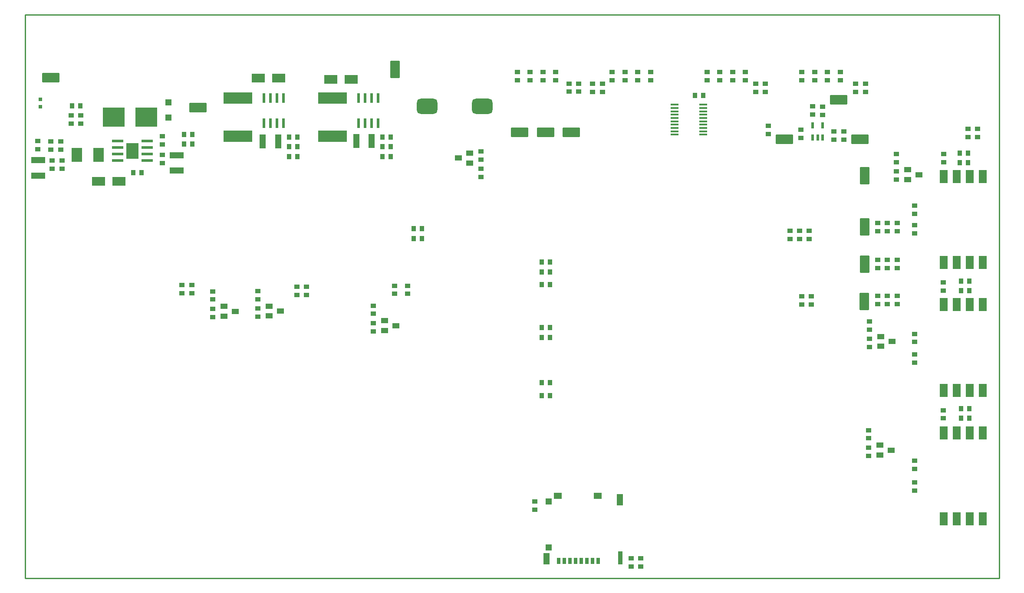
<source format=gtp>
G04*
G04 #@! TF.GenerationSoftware,Altium Limited,Altium Designer,18.1.11 (251)*
G04*
G04 Layer_Color=8421504*
%FSLAX25Y25*%
%MOIN*%
G70*
G01*
G75*
%ADD12C,0.01000*%
%ADD20R,0.03937X0.03740*%
%ADD21R,0.03150X0.04882*%
%ADD22R,0.03740X0.09843*%
%ADD23R,0.04528X0.08661*%
%ADD24R,0.04567X0.04921*%
%ADD25R,0.04567X0.04724*%
%ADD26R,0.05906X0.04528*%
G04:AMPARAMS|DCode=27|XSize=135.04mil|YSize=70.08mil|CornerRadius=3.5mil|HoleSize=0mil|Usage=FLASHONLY|Rotation=0.000|XOffset=0mil|YOffset=0mil|HoleType=Round|Shape=RoundedRectangle|*
%AMROUNDEDRECTD27*
21,1,0.13504,0.06307,0,0,0.0*
21,1,0.12803,0.07008,0,0,0.0*
1,1,0.00701,0.06402,-0.03154*
1,1,0.00701,-0.06402,-0.03154*
1,1,0.00701,-0.06402,0.03154*
1,1,0.00701,0.06402,0.03154*
%
%ADD27ROUNDEDRECTD27*%
%ADD28R,0.03150X0.03150*%
%ADD29R,0.10630X0.04528*%
%ADD30R,0.03740X0.03937*%
%ADD31R,0.09843X0.06693*%
%ADD32R,0.04724X0.04724*%
%ADD33R,0.16693X0.15000*%
%ADD34R,0.08661X0.01968*%
%ADD35R,0.09449X0.12205*%
%ADD36R,0.02362X0.04724*%
G04:AMPARAMS|DCode=37|XSize=157.48mil|YSize=118.11mil|CornerRadius=29.53mil|HoleSize=0mil|Usage=FLASHONLY|Rotation=180.000|XOffset=0mil|YOffset=0mil|HoleType=Round|Shape=RoundedRectangle|*
%AMROUNDEDRECTD37*
21,1,0.15748,0.05906,0,0,180.0*
21,1,0.09843,0.11811,0,0,180.0*
1,1,0.05906,-0.04921,0.02953*
1,1,0.05906,0.04921,0.02953*
1,1,0.05906,0.04921,-0.02953*
1,1,0.05906,-0.04921,-0.02953*
%
%ADD37ROUNDEDRECTD37*%
%ADD38R,0.05512X0.03937*%
%ADD39R,0.06299X0.01181*%
G04:AMPARAMS|DCode=40|XSize=135.04mil|YSize=70.08mil|CornerRadius=3.5mil|HoleSize=0mil|Usage=FLASHONLY|Rotation=90.000|XOffset=0mil|YOffset=0mil|HoleType=Round|Shape=RoundedRectangle|*
%AMROUNDEDRECTD40*
21,1,0.13504,0.06307,0,0,90.0*
21,1,0.12803,0.07008,0,0,90.0*
1,1,0.00701,0.03154,0.06402*
1,1,0.00701,0.03154,-0.06402*
1,1,0.00701,-0.03154,-0.06402*
1,1,0.00701,-0.03154,0.06402*
%
%ADD40ROUNDEDRECTD40*%
%ADD41R,0.04528X0.10630*%
%ADD42R,0.22047X0.09055*%
%ADD43R,0.06063X0.10000*%
%ADD44R,0.02200X0.07800*%
%ADD45R,0.07874X0.11024*%
D12*
X0Y0D02*
X748032D01*
X0D02*
Y433071D01*
X748032D01*
X748032Y0D01*
D20*
X570866Y341339D02*
D03*
X570865Y347638D02*
D03*
X645276Y379921D02*
D03*
X645276Y373622D02*
D03*
X637795Y379921D02*
D03*
X637796Y373622D02*
D03*
X568504Y379921D02*
D03*
X568505Y373622D02*
D03*
X561024Y379921D02*
D03*
X561024Y373622D02*
D03*
X443307Y379921D02*
D03*
X443308Y373622D02*
D03*
X435827Y379921D02*
D03*
X435827Y373622D02*
D03*
X105512Y339764D02*
D03*
X105512Y333464D02*
D03*
X9843Y335827D02*
D03*
X9843Y329527D02*
D03*
X28346Y320866D02*
D03*
X28347Y314567D02*
D03*
X20866Y320866D02*
D03*
X20867Y314567D02*
D03*
X42913Y355610D02*
D03*
X42914Y349311D02*
D03*
X35433Y355610D02*
D03*
X35434Y349311D02*
D03*
X27460Y335531D02*
D03*
X27460Y329232D02*
D03*
X19685Y329232D02*
D03*
X19684Y335532D02*
D03*
X105512Y325197D02*
D03*
X105512Y318897D02*
D03*
X417716Y380118D02*
D03*
X417717Y373819D02*
D03*
X425197Y380118D02*
D03*
X425197Y373819D02*
D03*
X391339Y59055D02*
D03*
X391339Y52756D02*
D03*
X216142Y224016D02*
D03*
X216142Y217716D02*
D03*
X208661Y217717D02*
D03*
X208661Y224016D02*
D03*
X127953Y225197D02*
D03*
X127953Y218897D02*
D03*
X120472Y218898D02*
D03*
X120472Y225197D02*
D03*
X596457Y389008D02*
D03*
X596457Y382708D02*
D03*
X523622Y388976D02*
D03*
X523623Y382677D02*
D03*
X450787Y388976D02*
D03*
X450788Y382677D02*
D03*
X377953Y388976D02*
D03*
X377953Y382677D02*
D03*
X683071Y67323D02*
D03*
X683070Y73622D02*
D03*
X683071Y165748D02*
D03*
X683070Y172048D02*
D03*
X683071Y187795D02*
D03*
X683072Y181496D02*
D03*
X683071Y90158D02*
D03*
X683072Y83858D02*
D03*
X683071Y264961D02*
D03*
X683070Y271260D02*
D03*
X683071Y286221D02*
D03*
X683072Y279921D02*
D03*
X604724Y356299D02*
D03*
X604724Y362599D02*
D03*
X595669Y338189D02*
D03*
X595669Y344489D02*
D03*
X612598Y355906D02*
D03*
X612598Y362205D02*
D03*
X628740Y343307D02*
D03*
X628740Y337008D02*
D03*
X621260Y337008D02*
D03*
X621259Y343307D02*
D03*
X472835Y9055D02*
D03*
X472834Y15355D02*
D03*
X465354Y9055D02*
D03*
X465354Y15355D02*
D03*
X603938Y210236D02*
D03*
X603937Y216535D02*
D03*
X596457Y210236D02*
D03*
X596456Y216536D02*
D03*
X350000Y314567D02*
D03*
X350001Y308267D02*
D03*
X350000Y327953D02*
D03*
X350001Y321653D02*
D03*
X533465Y388976D02*
D03*
X533465Y382677D02*
D03*
X543307Y388976D02*
D03*
X543308Y382677D02*
D03*
X553150Y388976D02*
D03*
X553150Y382677D02*
D03*
X470472Y388976D02*
D03*
X470473Y382677D02*
D03*
X460630Y388976D02*
D03*
X460631Y382677D02*
D03*
X480315Y388976D02*
D03*
X480316Y382677D02*
D03*
X625984Y389008D02*
D03*
X625985Y382708D02*
D03*
X616142Y389008D02*
D03*
X616142Y382708D02*
D03*
X606299Y388976D02*
D03*
X606300Y382677D02*
D03*
X397638Y388976D02*
D03*
X397638Y382677D02*
D03*
X407480Y388976D02*
D03*
X407481Y382677D02*
D03*
X387795Y388976D02*
D03*
X387796Y382677D02*
D03*
X178740Y220598D02*
D03*
X178741Y214299D02*
D03*
X178740Y200913D02*
D03*
X178740Y207213D02*
D03*
X647638Y113779D02*
D03*
X647638Y107480D02*
D03*
X647638Y94095D02*
D03*
X647637Y100394D02*
D03*
X144095Y220472D02*
D03*
X144095Y214173D02*
D03*
X283858Y224803D02*
D03*
X283858Y218504D02*
D03*
X293661Y224803D02*
D03*
X293661Y218504D02*
D03*
X267323Y209449D02*
D03*
X267323Y203149D02*
D03*
X267323Y189764D02*
D03*
X267322Y196063D02*
D03*
X648425Y197244D02*
D03*
X648426Y190945D02*
D03*
X648425Y177559D02*
D03*
X648425Y183859D02*
D03*
X144095Y200787D02*
D03*
X144094Y207087D02*
D03*
X669165Y306299D02*
D03*
X669165Y312599D02*
D03*
X669165Y325984D02*
D03*
X669166Y319685D02*
D03*
X662205Y210630D02*
D03*
X662204Y216929D02*
D03*
X662205Y238189D02*
D03*
X662204Y244489D02*
D03*
X662205Y266535D02*
D03*
X662204Y272835D02*
D03*
X724016Y345276D02*
D03*
X724016Y338976D02*
D03*
X731496Y345276D02*
D03*
X731497Y338976D02*
D03*
X654724Y210630D02*
D03*
X654724Y216929D02*
D03*
X654724Y238189D02*
D03*
X654724Y244489D02*
D03*
X654724Y266535D02*
D03*
X654724Y272835D02*
D03*
X601968Y266929D02*
D03*
X601969Y260629D02*
D03*
X594882Y260630D02*
D03*
X594881Y266929D02*
D03*
X587440Y266929D02*
D03*
X587441Y260629D02*
D03*
X669685Y266535D02*
D03*
X669684Y272835D02*
D03*
X705512Y325984D02*
D03*
X705512Y319685D02*
D03*
X705118Y227165D02*
D03*
X705119Y220866D02*
D03*
X669685Y238272D02*
D03*
X669684Y244571D02*
D03*
X669685Y210630D02*
D03*
X669684Y216929D02*
D03*
X705118Y129134D02*
D03*
X705119Y122834D02*
D03*
D21*
X439980Y13150D02*
D03*
X435650D02*
D03*
X431319D02*
D03*
X426988D02*
D03*
X422657D02*
D03*
X418327D02*
D03*
X413996D02*
D03*
X409665D02*
D03*
D22*
X457087Y15630D02*
D03*
D23*
X400433Y15039D02*
D03*
X456693Y60236D02*
D03*
D24*
X402028Y23504D02*
D03*
D25*
Y58937D02*
D03*
D26*
X439744Y63366D02*
D03*
X409114D02*
D03*
D27*
X19685Y384646D02*
D03*
X132677Y361515D02*
D03*
X640945Y337402D02*
D03*
X583071Y337402D02*
D03*
X379803Y342520D02*
D03*
X419291D02*
D03*
X399606D02*
D03*
X624803Y367717D02*
D03*
D28*
X11812Y362205D02*
D03*
X11811Y368111D02*
D03*
D29*
X10236Y309449D02*
D03*
Y321260D02*
D03*
X116535Y313169D02*
D03*
Y324980D02*
D03*
D30*
X42520Y363090D02*
D03*
X36220Y363090D02*
D03*
X89370Y311811D02*
D03*
X83070Y311810D02*
D03*
X128347Y341122D02*
D03*
X122047Y341122D02*
D03*
X128347Y333504D02*
D03*
X122047Y333503D02*
D03*
X403150Y185039D02*
D03*
X396850Y185039D02*
D03*
X396850Y192520D02*
D03*
X403150Y192520D02*
D03*
X403150Y235433D02*
D03*
X396850Y235432D02*
D03*
X396850Y242992D02*
D03*
X403150Y242993D02*
D03*
X520866Y370866D02*
D03*
X514567Y370866D02*
D03*
X396850Y140157D02*
D03*
X403150Y140158D02*
D03*
X396850Y225590D02*
D03*
X403150Y225591D02*
D03*
X396850Y150394D02*
D03*
X403150Y150394D02*
D03*
X202756Y331496D02*
D03*
X209055Y331497D02*
D03*
X202795Y338977D02*
D03*
X209095Y338978D02*
D03*
X202756Y324016D02*
D03*
X209055Y324016D02*
D03*
X274409Y324016D02*
D03*
X280709Y324016D02*
D03*
X274409Y331496D02*
D03*
X280709Y331497D02*
D03*
X274409Y338976D02*
D03*
X280709Y338977D02*
D03*
X298425Y268504D02*
D03*
X304725Y268505D02*
D03*
X298425Y261024D02*
D03*
X304725Y261024D02*
D03*
X725197Y130315D02*
D03*
X718897Y130314D02*
D03*
X725197Y122835D02*
D03*
X718897Y122834D02*
D03*
X724016Y326772D02*
D03*
X717716Y326771D02*
D03*
X724016Y319291D02*
D03*
X717716Y319291D02*
D03*
X725197Y220866D02*
D03*
X718897Y220866D02*
D03*
X725197Y228346D02*
D03*
X718897Y228346D02*
D03*
D31*
X72047Y305118D02*
D03*
X56299D02*
D03*
X234646Y383465D02*
D03*
X250394D02*
D03*
X179134Y384252D02*
D03*
X194882D02*
D03*
D32*
X110236Y365551D02*
D03*
Y354134D02*
D03*
D33*
X93258Y354429D02*
D03*
X68160D02*
D03*
D34*
X93901Y335846D02*
D03*
Y330847D02*
D03*
Y325847D02*
D03*
Y320847D02*
D03*
X71263Y330847D02*
D03*
Y335846D02*
D03*
Y325847D02*
D03*
Y320847D02*
D03*
D35*
X82582Y328346D02*
D03*
D36*
X612402Y348031D02*
D03*
X608661Y338583D02*
D03*
X604921D02*
D03*
X612402D02*
D03*
X604921Y348031D02*
D03*
D37*
X351181Y362598D02*
D03*
X308661D02*
D03*
D38*
X332678Y322835D02*
D03*
X341340Y319094D02*
D03*
Y326575D02*
D03*
X665748Y181890D02*
D03*
X657087Y185630D02*
D03*
Y178150D02*
D03*
X161417Y205118D02*
D03*
X152756Y208858D02*
D03*
Y201378D02*
D03*
X686287Y310108D02*
D03*
X677625Y313848D02*
D03*
Y306368D02*
D03*
X664961Y98425D02*
D03*
X656299Y94685D02*
D03*
Y102165D02*
D03*
X196063Y205244D02*
D03*
X187402Y201504D02*
D03*
Y208984D02*
D03*
X284646Y194095D02*
D03*
X275984Y190354D02*
D03*
Y197835D02*
D03*
D39*
X520866Y361319D02*
D03*
Y358760D02*
D03*
Y363878D02*
D03*
Y353642D02*
D03*
Y356201D02*
D03*
Y351083D02*
D03*
Y345965D02*
D03*
Y348524D02*
D03*
Y343406D02*
D03*
Y340846D02*
D03*
X498819Y363878D02*
D03*
Y361319D02*
D03*
Y351083D02*
D03*
Y358760D02*
D03*
Y356201D02*
D03*
Y348524D02*
D03*
Y353642D02*
D03*
Y343406D02*
D03*
Y340846D02*
D03*
Y345965D02*
D03*
D40*
X284252Y390945D02*
D03*
X644488Y212598D02*
D03*
X644882Y309449D02*
D03*
Y241339D02*
D03*
Y270079D02*
D03*
D41*
X266142Y335827D02*
D03*
X254331D02*
D03*
X194350Y335689D02*
D03*
X182539D02*
D03*
D42*
X236181Y368898D02*
D03*
Y339764D02*
D03*
X163386Y368898D02*
D03*
Y339764D02*
D03*
D43*
X735472Y111732D02*
D03*
X725472D02*
D03*
X715472D02*
D03*
X705472D02*
D03*
Y45748D02*
D03*
X715472D02*
D03*
X725472D02*
D03*
X735472D02*
D03*
Y210157D02*
D03*
X725472D02*
D03*
X715472D02*
D03*
X705472D02*
D03*
Y144173D02*
D03*
X715472D02*
D03*
X725472D02*
D03*
X735472D02*
D03*
X735471Y308583D02*
D03*
X725471D02*
D03*
X715471D02*
D03*
X705471D02*
D03*
Y242598D02*
D03*
X715471D02*
D03*
X725471D02*
D03*
X735471D02*
D03*
D44*
X256142Y349705D02*
D03*
X261142D02*
D03*
X266142D02*
D03*
X271142D02*
D03*
Y369105D02*
D03*
X266142D02*
D03*
X261142D02*
D03*
X256142D02*
D03*
X183445Y349532D02*
D03*
X188445D02*
D03*
X193445D02*
D03*
X198445D02*
D03*
Y368932D02*
D03*
X193445D02*
D03*
X188445D02*
D03*
X183445D02*
D03*
D45*
X56300Y325197D02*
D03*
X39764Y325197D02*
D03*
M02*

</source>
